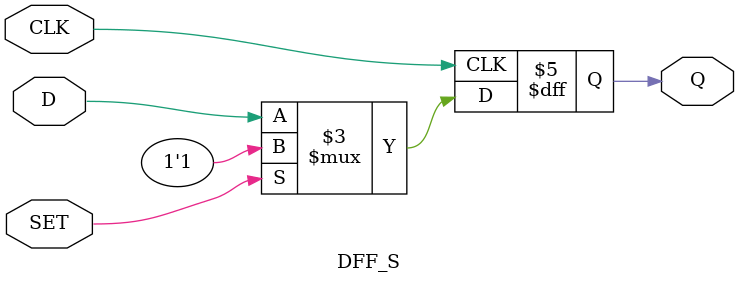
<source format=v>
module DFF_S(CLK,D,SET,Q);
    input CLK,D,SET;
    output reg Q;
    
    always @(posedge CLK)
    begin
        if(SET)
            Q <= 1'b1;
        else
            Q <= D;
    end
endmodule


</source>
